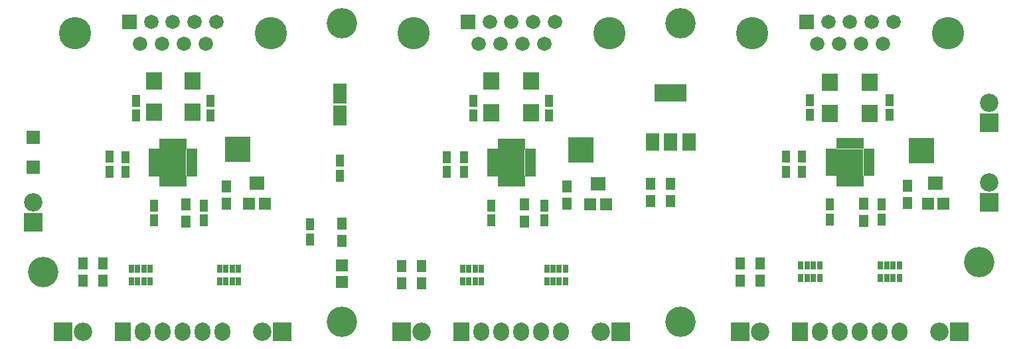
<source format=gts>
G04 #@! TF.FileFunction,Soldermask,Top*
%FSLAX46Y46*%
G04 Gerber Fmt 4.6, Leading zero omitted, Abs format (unit mm)*
G04 Created by KiCad (PCBNEW (2015-01-16 BZR 5376)-product) date 2/20/2015 2:24:23 PM*
%MOMM*%
G01*
G04 APERTURE LIST*
%ADD10C,0.100000*%
%ADD11R,1.804800X2.504800*%
%ADD12R,1.054800X1.504800*%
%ADD13C,4.114800*%
%ADD14R,1.828800X1.828800*%
%ADD15C,1.828800*%
%ADD16R,2.336800X2.336800*%
%ADD17O,2.336800X2.336800*%
%ADD18R,2.032000X2.336800*%
%ADD19O,2.032000X2.336800*%
%ADD20R,1.204800X1.504800*%
%ADD21R,2.004800X2.304800*%
%ADD22R,0.704800X1.104800*%
%ADD23R,3.304540X3.304540*%
%ADD24R,4.104800X2.304800*%
%ADD25R,1.804800X2.304800*%
%ADD26R,1.904800X1.804800*%
%ADD27R,1.504800X1.504800*%
%ADD28R,3.454800X3.454800*%
%ADD29R,1.454800X0.604800*%
%ADD30R,0.604800X1.454800*%
%ADD31C,0.990600*%
%ADD32C,3.860800*%
%ADD33R,1.774800X1.674800*%
G04 APERTURE END LIST*
D10*
D11*
X122936000Y-61298000D03*
X122936000Y-58498000D03*
D12*
X139954000Y-59451200D03*
X139954000Y-61351200D03*
X192024000Y-74610000D03*
X192024000Y-72710000D03*
X119126000Y-75250000D03*
X119126000Y-77150000D03*
X105537000Y-72837000D03*
X105537000Y-74737000D03*
X148945600Y-72837000D03*
X148945600Y-74737000D03*
X95554800Y-66639400D03*
X95554800Y-68539400D03*
X138734800Y-66639400D03*
X138734800Y-68539400D03*
X181864000Y-66614000D03*
X181864000Y-68514000D03*
X93522800Y-66614000D03*
X93522800Y-68514000D03*
X136525000Y-66639400D03*
X136525000Y-68539400D03*
X179832000Y-66614000D03*
X179832000Y-68514000D03*
X99187000Y-74737000D03*
X99187000Y-72837000D03*
X142163800Y-74737000D03*
X142163800Y-72837000D03*
X185420000Y-74610000D03*
X185420000Y-72710000D03*
D13*
X89105000Y-50800000D03*
X114095000Y-50800000D03*
D14*
X96060000Y-49380000D03*
D15*
X98830000Y-49380000D03*
X101600000Y-49403000D03*
X104370000Y-49380000D03*
X107140000Y-49380000D03*
X97445000Y-52220000D03*
X100215000Y-52220000D03*
X102985000Y-52220000D03*
X105755000Y-52220000D03*
D16*
X115570000Y-88900000D03*
D17*
X113030000Y-88900000D03*
D16*
X158750000Y-88900000D03*
D17*
X156210000Y-88900000D03*
D16*
X201930000Y-88900000D03*
D17*
X199390000Y-88900000D03*
D16*
X83820000Y-74930000D03*
D17*
X83820000Y-72390000D03*
D18*
X95224600Y-88900000D03*
D19*
X97764600Y-88900000D03*
X100304600Y-88900000D03*
X102844600Y-88900000D03*
X105384600Y-88900000D03*
X107924600Y-88900000D03*
D18*
X138430000Y-88900000D03*
D19*
X140970000Y-88900000D03*
X143510000Y-88900000D03*
X146050000Y-88900000D03*
X148590000Y-88900000D03*
X151130000Y-88900000D03*
D18*
X181610000Y-88900000D03*
D19*
X184150000Y-88900000D03*
X186690000Y-88900000D03*
X189230000Y-88900000D03*
X191770000Y-88900000D03*
X194310000Y-88900000D03*
D16*
X205740000Y-62230000D03*
D17*
X205740000Y-59690000D03*
D16*
X205740000Y-72390000D03*
D17*
X205740000Y-69850000D03*
D16*
X87630000Y-88900000D03*
D17*
X90170000Y-88900000D03*
D16*
X130810000Y-88900000D03*
D17*
X133350000Y-88900000D03*
D16*
X173990000Y-88900000D03*
D17*
X176530000Y-88900000D03*
D13*
X175465000Y-50800000D03*
X200455000Y-50800000D03*
D14*
X182420000Y-49380000D03*
D15*
X185190000Y-49380000D03*
X187960000Y-49403000D03*
X190730000Y-49380000D03*
X193500000Y-49380000D03*
X183805000Y-52220000D03*
X186575000Y-52220000D03*
X189345000Y-52220000D03*
X192115000Y-52220000D03*
D20*
X165100000Y-70020000D03*
X165100000Y-72220000D03*
X123190000Y-77300000D03*
X123190000Y-75100000D03*
X162560000Y-72220000D03*
X162560000Y-70020000D03*
X92710000Y-82380000D03*
X92710000Y-80180000D03*
X90170000Y-82380000D03*
X90170000Y-80180000D03*
X133350000Y-82786400D03*
X133350000Y-80586400D03*
X130810000Y-82786400D03*
X130810000Y-80586400D03*
X176530000Y-82380000D03*
X176530000Y-80180000D03*
X173990000Y-82380000D03*
X173990000Y-80180000D03*
D21*
X104140000Y-56928000D03*
X104140000Y-60928000D03*
X147320000Y-56953400D03*
X147320000Y-60953400D03*
X190500000Y-57055000D03*
X190500000Y-61055000D03*
X99187000Y-56928000D03*
X99187000Y-60928000D03*
X142240000Y-56953400D03*
X142240000Y-60953400D03*
X185420000Y-57055000D03*
X185420000Y-61055000D03*
D20*
X103251000Y-74887000D03*
X103251000Y-72687000D03*
X146456400Y-74887000D03*
X146456400Y-72687000D03*
X189738000Y-74760000D03*
X189738000Y-72560000D03*
X108458000Y-72601000D03*
X108458000Y-70401000D03*
X151892000Y-72601000D03*
X151892000Y-70401000D03*
X195326000Y-72474000D03*
X195326000Y-70274000D03*
D22*
X107537400Y-82486400D03*
X108337400Y-82486400D03*
X109137400Y-82486400D03*
X109937400Y-82486400D03*
X109937400Y-80886400D03*
X109137400Y-80886400D03*
X108337400Y-80886400D03*
X107537400Y-80886400D03*
X149269600Y-82486400D03*
X150069600Y-82486400D03*
X150869600Y-82486400D03*
X151669600Y-82486400D03*
X151669600Y-80886400D03*
X150869600Y-80886400D03*
X150069600Y-80886400D03*
X149269600Y-80886400D03*
X191840000Y-82080000D03*
X192640000Y-82080000D03*
X193440000Y-82080000D03*
X194240000Y-82080000D03*
X194240000Y-80480000D03*
X193440000Y-80480000D03*
X192640000Y-80480000D03*
X191840000Y-80480000D03*
X98685200Y-80886400D03*
X97885200Y-80886400D03*
X97085200Y-80886400D03*
X96285200Y-80886400D03*
X96285200Y-82486400D03*
X97085200Y-82486400D03*
X97885200Y-82486400D03*
X98685200Y-82486400D03*
X140925400Y-80886400D03*
X140125400Y-80886400D03*
X139325400Y-80886400D03*
X138525400Y-80886400D03*
X138525400Y-82486400D03*
X139325400Y-82486400D03*
X140125400Y-82486400D03*
X140925400Y-82486400D03*
X184080000Y-80480000D03*
X183280000Y-80480000D03*
X182480000Y-80480000D03*
X181680000Y-80480000D03*
X181680000Y-82080000D03*
X182480000Y-82080000D03*
X183280000Y-82080000D03*
X184080000Y-82080000D03*
D23*
X109880400Y-65659000D03*
X153619200Y-65709800D03*
X197104000Y-65786000D03*
D24*
X165100000Y-58420000D03*
D25*
X162800000Y-64720000D03*
X165100000Y-64720000D03*
X167400000Y-64720000D03*
D26*
X112318800Y-69924000D03*
D27*
X113318800Y-72574000D03*
X111318800Y-72574000D03*
D26*
X155829000Y-70051000D03*
D27*
X156829000Y-72701000D03*
X154829000Y-72701000D03*
D26*
X198882000Y-69924000D03*
D27*
X199882000Y-72574000D03*
X197882000Y-72574000D03*
D13*
X132285000Y-50800000D03*
X157275000Y-50800000D03*
D14*
X139240000Y-49380000D03*
D15*
X142010000Y-49380000D03*
X144780000Y-49403000D03*
X147550000Y-49380000D03*
X150320000Y-49380000D03*
X140625000Y-52220000D03*
X143395000Y-52220000D03*
X146165000Y-52220000D03*
X148935000Y-52220000D03*
D27*
X123190000Y-80484000D03*
X123190000Y-82584000D03*
D28*
X187960000Y-67310000D03*
D29*
X185560000Y-65810000D03*
X185560000Y-66310000D03*
X185560000Y-66810000D03*
X185560000Y-67310000D03*
X185560000Y-67810000D03*
X185560000Y-68310000D03*
X185560000Y-68810000D03*
X190360000Y-68810000D03*
X190360000Y-68310000D03*
X190360000Y-67810000D03*
X190360000Y-67310000D03*
X190360000Y-66810000D03*
X190360000Y-66310000D03*
X190360000Y-65810000D03*
D30*
X186460000Y-69710000D03*
X186960000Y-69710000D03*
X187460000Y-69710000D03*
X187960000Y-69710000D03*
X188460000Y-69710000D03*
X188960000Y-69710000D03*
X189460000Y-69710000D03*
X189460000Y-64910000D03*
X188960000Y-64910000D03*
X188460000Y-64910000D03*
X187960000Y-64910000D03*
X187460000Y-64910000D03*
X186960000Y-64910000D03*
X186460000Y-64910000D03*
D31*
X186960000Y-66310000D03*
X187960000Y-66310000D03*
X188960000Y-66310000D03*
X186960000Y-67310000D03*
X187960000Y-67310000D03*
X188960000Y-67310000D03*
X188960000Y-68310000D03*
X187960000Y-68310000D03*
X186960000Y-68310000D03*
D28*
X144780000Y-67335400D03*
D29*
X142380000Y-65835400D03*
X142380000Y-66335400D03*
X142380000Y-66835400D03*
X142380000Y-67335400D03*
X142380000Y-67835400D03*
X142380000Y-68335400D03*
X142380000Y-68835400D03*
X147180000Y-68835400D03*
X147180000Y-68335400D03*
X147180000Y-67835400D03*
X147180000Y-67335400D03*
X147180000Y-66835400D03*
X147180000Y-66335400D03*
X147180000Y-65835400D03*
D30*
X143280000Y-69735400D03*
X143780000Y-69735400D03*
X144280000Y-69735400D03*
X144780000Y-69735400D03*
X145280000Y-69735400D03*
X145780000Y-69735400D03*
X146280000Y-69735400D03*
X146280000Y-64935400D03*
X145780000Y-64935400D03*
X145280000Y-64935400D03*
X144780000Y-64935400D03*
X144280000Y-64935400D03*
X143780000Y-64935400D03*
X143280000Y-64935400D03*
D31*
X143780000Y-66335400D03*
X144780000Y-66335400D03*
X145780000Y-66335400D03*
X143780000Y-67335400D03*
X144780000Y-67335400D03*
X145780000Y-67335400D03*
X145780000Y-68335400D03*
X144780000Y-68335400D03*
X143780000Y-68335400D03*
D28*
X101600000Y-67335400D03*
D29*
X99200000Y-65835400D03*
X99200000Y-66335400D03*
X99200000Y-66835400D03*
X99200000Y-67335400D03*
X99200000Y-67835400D03*
X99200000Y-68335400D03*
X99200000Y-68835400D03*
X104000000Y-68835400D03*
X104000000Y-68335400D03*
X104000000Y-67835400D03*
X104000000Y-67335400D03*
X104000000Y-66835400D03*
X104000000Y-66335400D03*
X104000000Y-65835400D03*
D30*
X100100000Y-69735400D03*
X100600000Y-69735400D03*
X101100000Y-69735400D03*
X101600000Y-69735400D03*
X102100000Y-69735400D03*
X102600000Y-69735400D03*
X103100000Y-69735400D03*
X103100000Y-64935400D03*
X102600000Y-64935400D03*
X102100000Y-64935400D03*
X101600000Y-64935400D03*
X101100000Y-64935400D03*
X100600000Y-64935400D03*
X100100000Y-64935400D03*
D31*
X100600000Y-66335400D03*
X101600000Y-66335400D03*
X102600000Y-66335400D03*
X100600000Y-67335400D03*
X101600000Y-67335400D03*
X102600000Y-67335400D03*
X102600000Y-68335400D03*
X101600000Y-68335400D03*
X100600000Y-68335400D03*
D12*
X106400600Y-59425800D03*
X106400600Y-61325800D03*
X96926400Y-59451200D03*
X96926400Y-61351200D03*
X149606000Y-59451200D03*
X149606000Y-61351200D03*
X182880000Y-59375000D03*
X182880000Y-61275000D03*
X193040000Y-59375000D03*
X193040000Y-61275000D03*
X122936000Y-69022000D03*
X122936000Y-67122000D03*
D32*
X166370000Y-87630000D03*
X123190000Y-49530000D03*
X123190000Y-87630000D03*
X166370000Y-49530000D03*
X204470000Y-80010000D03*
X85090000Y-81280000D03*
D33*
X83820000Y-67925000D03*
X83820000Y-64155000D03*
M02*

</source>
